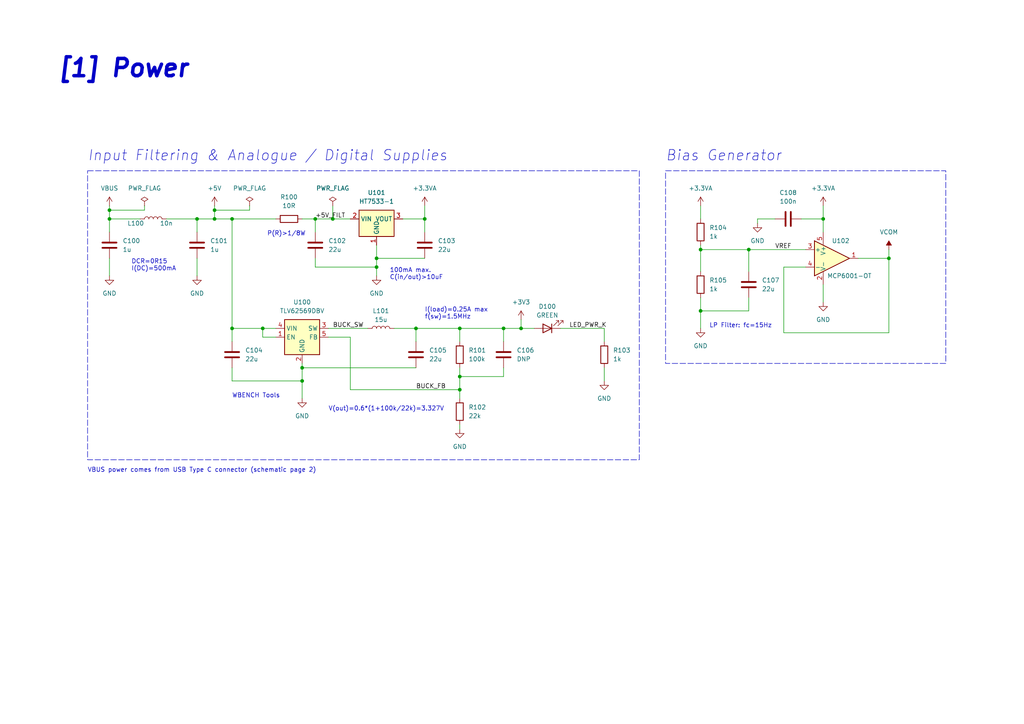
<source format=kicad_sch>
(kicad_sch (version 20230121) (generator eeschema)
  (paper "A4")
  (title_block (title "Mixed-Signal Demo PCB") (date "2023-12-25") (rev "0.1") (company "Mohamed Hambouta"))
  (lib_symbols
    (symbol "Amplifier_Operational:MCP6001-OT" (pin_names (offset 0.127))
      (property "Reference" "U" (at -1.27 6.35 0))
      (property "Value" "MCP6001-OT" (at -1.27 3.81 0))
      (symbol "MCP6001-OT_0_1"
        (polyline (pts (xy -5.08 5.08) (xy 5.08 0) (xy -5.08 -5.08) (xy -5.08 5.08)) (stroke (width 0.254)) (fill (type background)))
        (pin power_in line (at -2.54 -7.62 90) (length 3.81) (name "V-") (number "2"))
        (pin power_in line (at -2.54 7.62 270) (length 3.81) (name "V+") (number "5"))
      )
      (symbol "MCP6001-OT_1_1"
        (pin output line (at 7.62 0 180) (length 2.54) (name "~") (number "1"))
        (pin input line (at -7.62 2.54 0) (length 2.54) (name "+") (number "3"))
        (pin input line (at -7.62 -2.54 0) (length 2.54) (name "-") (number "4"))
      )
    )
    (symbol "Device:C" (pin_numbers hide) (pin_names (offset 0.254))
      (property "Reference" "C" (at 0.635 2.54 0))
      (property "Value" "C" (at 0.635 -2.54 0))
      (symbol "C_0_1"
        (polyline (pts (xy -2.032 -0.762) (xy 2.032 -0.762)) (stroke (width 0.508)))
        (polyline (pts (xy -2.032 0.762) (xy 2.032 0.762)) (stroke (width 0.508)))
      )
      (symbol "C_1_1"
        (pin passive line (at 0 3.81 270) (length 2.794) (name "~") (number "1"))
        (pin passive line (at 0 -3.81 90) (length 2.794) (name "~") (number "2"))
      )
    )
    (symbol "Device:L" (pin_numbers hide) (pin_names (offset 1.016) hide)
      (property "Reference" "L" (at -1.27 0 90))
      (property "Value" "L" (at 1.905 0 90))
      (symbol "L_0_1"
        (arc (start 0 -2.54) (mid 0.6323 -1.905) (end 0 -1.27))
        (arc (start 0 -1.27) (mid 0.6323 -0.635) (end 0 0))
        (arc (start 0 0) (mid 0.6323 0.635) (end 0 1.27))
        (arc (start 0 1.27) (mid 0.6323 1.905) (end 0 2.54))
      )
      (symbol "L_1_1"
        (pin passive line (at 0 3.81 270) (length 1.27) (name "1") (number "1"))
        (pin passive line (at 0 -3.81 90) (length 1.27) (name "2") (number "2"))
      )
    )
    (symbol "Device:LED" (pin_numbers hide) (pin_names (offset 1.016) hide)
      (property "Reference" "D" (at 0 2.54 0))
      (property "Value" "LED" (at 0 -2.54 0))
      (symbol "LED_0_1"
        (polyline (pts (xy -1.27 -1.27) (xy -1.27 1.27)) (stroke (width 0.254)))
        (polyline (pts (xy -1.27 0) (xy 1.27 0)))
        (polyline (pts (xy 1.27 -1.27) (xy 1.27 1.27) (xy -1.27 0) (xy 1.27 -1.27)) (stroke (width 0.254)))
        (polyline (pts (xy -3.048 -0.762) (xy -4.572 -2.286) (xy -3.81 -2.286) (xy -4.572 -2.286) (xy -4.572 -1.524)))
        (polyline (pts (xy -1.778 -0.762) (xy -3.302 -2.286) (xy -2.54 -2.286) (xy -3.302 -2.286) (xy -3.302 -1.524)))
      )
      (symbol "LED_1_1"
        (pin passive line (at -3.81 0 0) (length 2.54) (name "K") (number "1"))
        (pin passive line (at 3.81 0 180) (length 2.54) (name "A") (number "2"))
      )
    )
    (symbol "Device:R" (pin_numbers hide) (pin_names (offset 0))
      (property "Reference" "R" (at 2.032 0 90))
      (property "Value" "R" (at 0 0 90))
      (symbol "R_0_1"
        (rectangle (start -1.016 -2.54) (end 1.016 2.54) (stroke (width 0.254)))
      )
      (symbol "R_1_1"
        (pin passive line (at 0 3.81 270) (length 1.27) (name "~") (number "1"))
        (pin passive line (at 0 -3.81 90) (length 1.27) (name "~") (number "2"))
      )
    )
    (symbol "Regulator_Linear:HT75xx-1-SOT89"
      (property "Reference" "U" (at -5.08 -3.81 0))
      (property "Value" "HT75xx-1-SOT89" (at 0 6.35 0))
      (symbol "HT75xx-1-SOT89_0_1"
        (rectangle (start -5.08 5.08) (end 5.08 -2.54) (stroke (width 0.254)) (fill (type background)))
      )
      (symbol "HT75xx-1-SOT89_1_1"
        (pin power_in line (at 0 -5.08 90) (length 2.54) (name "GND") (number "1"))
        (pin power_in line (at -7.62 2.54 0) (length 2.54) (name "VIN") (number "2"))
        (pin power_out line (at 7.62 2.54 180) (length 2.54) (name "VOUT") (number "3"))
      )
    )
    (symbol "Regulator_Switching:TLV62569DBV"
      (property "Reference" "U" (at -5.08 6.35 0))
      (property "Value" "TLV62569DBV" (at 0 6.35 0))
      (symbol "TLV62569DBV_0_1"
        (rectangle (start -5.08 5.08) (end 5.08 -5.08) (stroke (width 0.254)) (fill (type background)))
      )
      (symbol "TLV62569DBV_1_1"
        (pin input line (at -7.62 0 0) (length 2.54) (name "EN") (number "1"))
        (pin power_in line (at 0 -7.62 90) (length 2.54) (name "GND") (number "2"))
        (pin power_out line (at 7.62 2.54 180) (length 2.54) (name "SW") (number "3"))
        (pin power_in line (at -7.62 2.54 0) (length 2.54) (name "VIN") (number "4"))
        (pin input line (at 7.62 0 180) (length 2.54) (name "FB") (number "5"))
      )
    )
    (symbol "power:+3.3VA" (power) (pin_names (offset 0))
      (property "Value" "+3.3VA" (at 0 3.556 0))
      (symbol "+3.3VA_0_1"
        (polyline (pts (xy -0.762 1.27) (xy 0 2.54)))
        (polyline (pts (xy 0 0) (xy 0 2.54)))
        (polyline (pts (xy 0 2.54) (xy 0.762 1.27)))
      )
      (symbol "+3.3VA_1_1"
        (pin power_in line (at 0 0 90) (length 0) hide (name "+3.3VA") (number "1"))
      )
    )
    (symbol "power:+3V3" (power) (pin_names (offset 0))
      (property "Value" "+3V3" (at 0 3.556 0))
      (symbol "+3V3_0_1"
        (polyline (pts (xy -0.762 1.27) (xy 0 2.54)))
        (polyline (pts (xy 0 0) (xy 0 2.54)))
        (polyline (pts (xy 0 2.54) (xy 0.762 1.27)))
      )
      (symbol "+3V3_1_1"
        (pin power_in line (at 0 0 90) (length 0) hide (name "+3V3") (number "1"))
      )
    )
    (symbol "power:+5V" (power) (pin_names (offset 0))
      (property "Value" "+5V" (at 0 3.556 0))
      (symbol "+5V_0_1"
        (polyline (pts (xy -0.762 1.27) (xy 0 2.54)))
        (polyline (pts (xy 0 0) (xy 0 2.54)))
        (polyline (pts (xy 0 2.54) (xy 0.762 1.27)))
      )
      (symbol "+5V_1_1"
        (pin power_in line (at 0 0 90) (length 0) hide (name "+5V") (number "1"))
      )
    )
    (symbol "power:GND" (power) (pin_names (offset 0))
      (property "Value" "GND" (at 0 -3.81 0))
      (symbol "GND_0_1"
        (polyline (pts (xy 0 0) (xy 0 -1.27) (xy 1.27 -1.27) (xy 0 -2.54) (xy -1.27 -1.27) (xy 0 -1.27)))
      )
      (symbol "GND_1_1"
        (pin power_in line (at 0 0 270) (length 0) hide (name "GND") (number "1"))
      )
    )
    (symbol "power:PWR_FLAG" (power) (pin_numbers hide) (pin_names (offset 0) hide)
      (property "Value" "PWR_FLAG" (at 0 3.81 0))
      (symbol "PWR_FLAG_0_0"
        (pin power_out line (at 0 0 90) (length 0) (name "pwr") (number "1"))
      )
      (symbol "PWR_FLAG_0_1"
        (polyline (pts (xy 0 0) (xy 0 1.27) (xy -1.016 1.905) (xy 0 2.54) (xy 1.016 1.905) (xy 0 1.27)))
      )
    )
    (symbol "power:VBUS" (power) (pin_names (offset 0))
      (property "Value" "VBUS" (at 0 3.81 0))
      (symbol "VBUS_0_1"
        (polyline (pts (xy -0.762 1.27) (xy 0 2.54)))
        (polyline (pts (xy 0 0) (xy 0 2.54)))
        (polyline (pts (xy 0 2.54) (xy 0.762 1.27)))
      )
      (symbol "VBUS_1_1"
        (pin power_in line (at 0 0 90) (length 0) hide (name "VBUS") (number "1"))
      )
    )
    (symbol "power:VCOM" (power) (pin_names (offset 0))
      (property "Value" "VCOM" (at 0 3.81 0))
      (symbol "VCOM_0_1"
        (polyline (pts (xy 0 0) (xy 0 2.54)))
        (polyline (pts (xy 0.762 1.27) (xy -0.762 1.27) (xy 0 2.54) (xy 0.762 1.27)) (fill (type outline)))
      )
      (symbol "VCOM_1_1"
        (pin power_in line (at 0 0 90) (length 0) hide (name "VCOM") (number "1"))
      )
    )
  )
  (junction (at 133.35 113.03))
  (junction (at 133.35 109.22))
  (junction (at 62.23 63.5))
  (junction (at 87.63 110.49))
  (junction (at 31.75 60.96))
  (junction (at 76.2 95.25))
  (junction (at 109.22 74.93))
  (junction (at 67.31 95.25))
  (junction (at 87.63 106.68))
  (junction (at 31.75 63.5))
  (junction (at 91.44 63.5))
  (junction (at 257.81 74.93))
  (junction (at 133.35 95.25))
  (junction (at 57.15 63.5))
  (junction (at 217.17 72.39))
  (junction (at 67.31 63.5))
  (junction (at 203.2 72.39))
  (junction (at 238.76 63.5))
  (junction (at 151.13 95.25))
  (junction (at 123.19 63.5))
  (junction (at 96.52 63.5))
  (junction (at 146.05 95.25))
  (junction (at 109.22 77.47))
  (junction (at 62.23 60.96))
  (junction (at 203.2 90.17))
  (junction (at 120.65 95.25))
  (wire (pts (xy 203.2 59.69) (xy 203.2 63.5)))
  (wire (pts (xy 133.35 113.03) (xy 133.35 115.57)))
  (wire (pts (xy 96.52 63.5) (xy 101.6 63.5)))
  (wire (pts (xy 109.22 74.93) (xy 109.22 77.47)))
  (wire (pts (xy 31.75 67.31) (xy 31.75 63.5)))
  (wire (pts (xy 120.65 95.25) (xy 133.35 95.25)))
  (wire (pts (xy 62.23 63.5) (xy 67.31 63.5)))
  (wire (pts (xy 133.35 113.03) (xy 101.6 113.03)))
  (wire (pts (xy 217.17 72.39) (xy 217.17 78.74)))
  (wire (pts (xy 87.63 106.68) (xy 120.65 106.68)))
  (wire (pts (xy 101.6 113.03) (xy 101.6 97.79)))
  (wire (pts (xy 203.2 72.39) (xy 203.2 78.74)))
  (wire (pts (xy 62.23 59.69) (xy 62.23 60.96)))
  (wire (pts (xy 133.35 123.19) (xy 133.35 124.46)))
  (wire (pts (xy 87.63 110.49) (xy 87.63 115.57)))
  (wire (pts (xy 48.26 63.5) (xy 57.15 63.5)))
  (wire (pts (xy 67.31 95.25) (xy 76.2 95.25)))
  (wire (pts (xy 31.75 63.5) (xy 40.64 63.5)))
  (wire (pts (xy 96.52 59.69) (xy 96.52 63.5)))
  (wire (pts (xy 91.44 77.47) (xy 91.44 74.93)))
  (wire (pts (xy 76.2 95.25) (xy 80.01 95.25)))
  (wire (pts (xy 227.33 96.52) (xy 257.81 96.52)))
  (wire (pts (xy 116.84 63.5) (xy 123.19 63.5)))
  (wire (pts (xy 67.31 95.25) (xy 67.31 99.06)))
  (wire (pts (xy 238.76 63.5) (xy 238.76 67.31)))
  (wire (pts (xy 162.56 95.25) (xy 175.26 95.25)))
  (wire (pts (xy 175.26 95.25) (xy 175.26 99.06)))
  (wire (pts (xy 203.2 90.17) (xy 217.17 90.17)))
  (wire (pts (xy 146.05 95.25) (xy 151.13 95.25)))
  (wire (pts (xy 67.31 110.49) (xy 87.63 110.49)))
  (wire (pts (xy 133.35 109.22) (xy 133.35 113.03)))
  (wire (pts (xy 123.19 59.69) (xy 123.19 63.5)))
  (wire (pts (xy 109.22 77.47) (xy 109.22 80.01)))
  (wire (pts (xy 227.33 77.47) (xy 227.33 96.52)))
  (wire (pts (xy 217.17 72.39) (xy 233.68 72.39)))
  (wire (pts (xy 95.25 95.25) (xy 106.68 95.25)))
  (wire (pts (xy 257.81 72.39) (xy 257.81 74.93)))
  (wire (pts (xy 248.92 74.93) (xy 257.81 74.93)))
  (wire (pts (xy 72.39 60.96) (xy 62.23 60.96)))
  (wire (pts (xy 109.22 71.12) (xy 109.22 74.93)))
  (wire (pts (xy 224.79 63.5) (xy 219.71 63.5)))
  (wire (pts (xy 31.75 74.93) (xy 31.75 80.01)))
  (wire (pts (xy 232.41 63.5) (xy 238.76 63.5)))
  (wire (pts (xy 203.2 90.17) (xy 203.2 95.25)))
  (wire (pts (xy 95.25 97.79) (xy 101.6 97.79)))
  (wire (pts (xy 123.19 63.5) (xy 123.19 67.31)))
  (wire (pts (xy 31.75 60.96) (xy 31.75 63.5)))
  (wire (pts (xy 217.17 90.17) (xy 217.17 86.36)))
  (wire (pts (xy 203.2 71.12) (xy 203.2 72.39)))
  (wire (pts (xy 57.15 74.93) (xy 57.15 80.01)))
  (wire (pts (xy 175.26 106.68) (xy 175.26 110.49)))
  (wire (pts (xy 257.81 74.93) (xy 257.81 96.52)))
  (wire (pts (xy 80.01 97.79) (xy 76.2 97.79)))
  (wire (pts (xy 133.35 95.25) (xy 133.35 99.06)))
  (wire (pts (xy 120.65 95.25) (xy 120.65 99.06)))
  (wire (pts (xy 57.15 63.5) (xy 62.23 63.5)))
  (wire (pts (xy 238.76 82.55) (xy 238.76 87.63)))
  (wire (pts (xy 57.15 63.5) (xy 57.15 67.31)))
  (wire (pts (xy 133.35 106.68) (xy 133.35 109.22)))
  (wire (pts (xy 203.2 72.39) (xy 217.17 72.39)))
  (wire (pts (xy 91.44 77.47) (xy 109.22 77.47)))
  (wire (pts (xy 146.05 95.25) (xy 146.05 99.06)))
  (wire (pts (xy 87.63 105.41) (xy 87.63 106.68)))
  (wire (pts (xy 114.3 95.25) (xy 120.65 95.25)))
  (wire (pts (xy 233.68 77.47) (xy 227.33 77.47)))
  (wire (pts (xy 72.39 59.69) (xy 72.39 60.96)))
  (wire (pts (xy 91.44 63.5) (xy 91.44 67.31)))
  (wire (pts (xy 238.76 59.69) (xy 238.76 63.5)))
  (wire (pts (xy 41.91 60.96) (xy 31.75 60.96)))
  (wire (pts (xy 67.31 63.5) (xy 67.31 95.25)))
  (wire (pts (xy 41.91 59.69) (xy 41.91 60.96)))
  (wire (pts (xy 62.23 60.96) (xy 62.23 63.5)))
  (wire (pts (xy 146.05 106.68) (xy 146.05 109.22)))
  (wire (pts (xy 67.31 63.5) (xy 80.01 63.5)))
  (wire (pts (xy 91.44 63.5) (xy 96.52 63.5)))
  (wire (pts (xy 151.13 92.71) (xy 151.13 95.25)))
  (wire (pts (xy 67.31 110.49) (xy 67.31 106.68)))
  (wire (pts (xy 203.2 86.36) (xy 203.2 90.17)))
  (wire (pts (xy 87.63 63.5) (xy 91.44 63.5)))
  (wire (pts (xy 76.2 95.25) (xy 76.2 97.79)))
  (wire (pts (xy 109.22 74.93) (xy 123.19 74.93)))
  (wire (pts (xy 151.13 95.25) (xy 154.94 95.25)))
  (wire (pts (xy 219.71 63.5) (xy 219.71 64.77)))
  (wire (pts (xy 133.35 109.22) (xy 146.05 109.22)))
  (wire (pts (xy 133.35 95.25) (xy 146.05 95.25)))
  (wire (pts (xy 31.75 59.69) (xy 31.75 60.96)))
  (wire (pts (xy 87.63 106.68) (xy 87.63 110.49)))
  (rectangle (start 118.11 49.53) (end 118.11 49.53))
  (rectangle (start 25.4 49.53) (end 185.42 133.35) (stroke (width 0) (type dash)))
  (rectangle (start 193.04 49.53) (end 274.32 105.41) (stroke (width 0) (type dash)))
  (text "P(R)>1/8W" (at 77.47 68.58 0) (effects (font (size 1.27 1.27)) (justify left bottom)))
  (text "LP Filter: fc=15Hz" (at 205.74 95.25 0) (effects (font (size 1.27 1.27)) (justify left bottom)))
  (text "Bias Generator" (at 193.04 46.99 0) (effects (font (size 3 3) italic) (justify left bottom)))
  (text "DCR=0R15\nI(DC)=500mA" (at 38.1 78.74 0) (effects (font (size 1.27 1.27)) (justify left bottom)))
  (text "VBUS power comes from USB Type C connector (schematic page 2)" (at 25.4 137.16 0) (effects (font (size 1.27 1.27)) (justify left bottom)))
  (text "Input Filtering & Analogue / Digital Supplies" (at 25.4 46.99 0) (effects (font (size 3 3) italic) (justify left bottom)))
  (text "I(load)=0.25A max\nf(sw)=1.5MHz" (at 123.19 92.71 0) (effects (font (size 1.27 1.27)) (justify left bottom)))
  (text "[1] Power" (at 16.51 22.86 0) (effects (font (size 5 5) (thickness 1) bold italic) (justify left bottom)))
  (text "V(out)=0.6*(1+100k/22k)=3.327V" (at 95.25 119.38 0) (effects (font (size 1.27 1.27)) (justify left bottom)))
  (text "WBENCH Tools" (at 67.31 115.57 0) (effects (font (size 1.27 1.27)) (justify left bottom)))
  (text "100mA max.\nC(in/out)>10uF" (at 113.03 81.28 0) (effects (font (size 1.27 1.27)) (justify left bottom)))
  (label "BUCK_SW" (at 96.52 95.25 0))
  (label "LED_PWR_K" (at 165.1 95.25 0))
  (label "+5V_FILT" (at 91.44 63.5 0))
  (label "BUCK_FB" (at 120.65 113.03 0))
  (label "VREF" (at 224.79 72.39 0))
  (symbol (lib_id "power:GND") (at 87.63 115.57 0) (unit 1)
    (property "Reference" "#PWR0104" (effects hide))
    (property "Value" "GND" (at 87.63 120.65 0))
  )
  (symbol (lib_id "Regulator_Linear:HT75xx-1-SOT89") (at 109.22 66.04 0) (unit 1)
    (property "Reference" "U101" (at 109.22 55.88 0))
    (property "Value" "HT7533-1" (at 109.22 58.42 0))
    (property "Footprint" "Package_TO_SOT_SMD:SOT-89-3" (effects hide))
    (property "Datasheet" "https://www.holtek.com/documents/10179/116711/HT75xx-1v250.pdf" (effects hide))
  )
  (symbol (lib_id "Device:C") (at 228.6 63.5 90) (unit 1)
    (property "Reference" "C108" (at 228.6 55.88 90))
    (property "Value" "100n" (at 228.6 58.42 90))
    (property "Footprint" "Capacitor_SMD:C_0402_1005Metric" (effects hide))
  )
  (symbol (lib_id "Device:R") (at 133.35 102.87 0) (unit 1)
    (property "Reference" "R101" (at 135.89 101.6 0) (effects (justify left)))
    (property "Value" "100k" (at 135.89 104.14 0) (effects (justify left)))
    (property "Footprint" "Resistor_SMD:R_0402_1005Metric" (effects hide))
  )
  (symbol (lib_id "power:GND") (at 109.22 80.01 0) (unit 1)
    (property "Reference" "#PWR0105" (effects hide))
    (property "Value" "GND" (at 109.22 85.09 0))
  )
  (symbol (lib_id "power:PWR_FLAG") (at 72.39 59.69 0) (unit 1)
    (property "Reference" "#FLG0101" (effects hide))
    (property "Value" "PWR_FLAG" (at 72.39 54.61 0))
  )
  (symbol (lib_id "Device:R") (at 83.82 63.5 90) (unit 1)
    (property "Reference" "R100" (at 83.82 57.15 90))
    (property "Value" "10R" (at 83.82 59.69 90))
    (property "Footprint" "Resistor_SMD:R_0805_2012Metric" (effects hide))
  )
  (symbol (lib_id "Device:C") (at 31.75 71.12 0) (unit 1)
    (property "Reference" "C100" (at 35.56 69.85 0) (effects (justify left)))
    (property "Value" "1u" (at 35.56 72.39 0) (effects (justify left)))
    (property "Footprint" "Capacitor_SMD:C_0603_1608Metric" (effects hide))
  )
  (symbol (lib_id "power:PWR_FLAG") (at 96.52 59.69 0) (unit 1)
    (property "Reference" "#FLG0102" (effects hide))
    (property "Value" "PWR_FLAG" (at 96.52 54.61 0))
  )
  (symbol (lib_id "Device:R") (at 203.2 82.55 0) (unit 1)
    (property "Reference" "R105" (at 205.74 81.28 0) (effects (justify left)))
    (property "Value" "1k" (at 205.74 83.82 0) (effects (justify left)))
    (property "Footprint" "Resistor_SMD:R_0402_1005Metric" (effects hide))
  )
  (symbol (lib_id "Device:C") (at 146.05 102.87 0) (unit 1)
    (property "Reference" "C106" (at 149.86 101.6 0) (effects (justify left)))
    (property "Value" "DNP" (at 149.86 104.14 0) (effects (justify left)))
    (property "Footprint" "Capacitor_SMD:C_0402_1005Metric" (effects hide))
  )
  (symbol (lib_id "Device:R") (at 133.35 119.38 0) (unit 1)
    (property "Reference" "R102" (at 135.89 118.11 0) (effects (justify left)))
    (property "Value" "22k" (at 135.89 120.65 0) (effects (justify left)))
    (property "Footprint" "Resistor_SMD:R_0402_1005Metric" (effects hide))
  )
  (symbol (lib_id "Device:C") (at 57.15 71.12 0) (unit 1)
    (property "Reference" "C101" (at 60.96 69.85 0) (effects (justify left)))
    (property "Value" "1u" (at 60.96 72.39 0) (effects (justify left)))
    (property "Footprint" "Capacitor_SMD:C_0603_1608Metric" (effects hide))
  )
  (symbol (lib_id "power:GND") (at 31.75 80.01 0) (unit 1)
    (property "Reference" "#PWR0101" (effects hide))
    (property "Value" "GND" (at 31.75 85.09 0))
  )
  (symbol (lib_id "Device:C") (at 67.31 102.87 0) (unit 1)
    (property "Reference" "C104" (at 71.12 101.6 0) (effects (justify left)))
    (property "Value" "22u" (at 71.12 104.14 0) (effects (justify left)))
    (property "Footprint" "Capacitor_SMD:C_0805_2012Metric" (effects hide))
  )
  (symbol (lib_id "Device:C") (at 123.19 71.12 0) (unit 1)
    (property "Reference" "C103" (at 127 69.85 0) (effects (justify left)))
    (property "Value" "22u" (at 127 72.39 0) (effects (justify left)))
    (property "Footprint" "Capacitor_SMD:C_0805_2012Metric" (effects hide))
  )
  (symbol (lib_id "power:GND") (at 219.71 64.77 0) (unit 1)
    (property "Reference" "#PWR0112" (effects hide))
    (property "Value" "GND" (at 219.71 69.85 0))
  )
  (symbol (lib_id "Device:C") (at 217.17 82.55 0) (unit 1)
    (property "Reference" "C107" (at 220.98 81.28 0) (effects (justify left)))
    (property "Value" "22u" (at 220.98 83.82 0) (effects (justify left)))
    (property "Footprint" "Capacitor_SMD:C_0805_2012Metric" (effects hide))
  )
  (symbol (lib_id "power:VCOM") (at 257.81 72.39 0) (unit 1)
    (property "Reference" "#PWR0115" (effects hide))
    (property "Value" "VCOM" (at 257.81 67.31 0))
  )
  (symbol (lib_id "power:+5V") (at 62.23 59.69 0) (unit 1)
    (property "Reference" "#PWR0103" (effects hide))
    (property "Value" "+5V" (at 62.23 54.61 0))
  )
  (symbol (lib_id "Device:L") (at 44.45 63.5 90) (unit 1)
    (property "Reference" "L100" (at 39.37 64.77 90))
    (property "Value" "10n" (at 48.26 64.77 90))
    (property "Footprint" "Inductor_SMD:L_0402_1005Metric" (effects hide))
  )
  (symbol (lib_id "Amplifier_Operational:MCP6001-OT") (at 241.3 74.93 0) (unit 1)
    (property "Reference" "U102" (at 243.84 69.85 0))
    (property "Value" "MCP6001-OT" (at 246.38 80.01 0))
    (property "Footprint" "Package_TO_SOT_SMD:SOT-23-5" (effects hide))
    (property "Datasheet" "http://ww1.microchip.com/downloads/en/DeviceDoc/21733j.pdf" (effects hide))
  )
  (symbol (lib_id "power:GND") (at 57.15 80.01 0) (unit 1)
    (property "Reference" "#PWR0102" (effects hide))
    (property "Value" "GND" (at 57.15 85.09 0))
  )
  (symbol (lib_id "power:GND") (at 203.2 95.25 0) (unit 1)
    (property "Reference" "#PWR0111" (effects hide))
    (property "Value" "GND" (at 203.2 100.33 0))
  )
  (symbol (lib_id "Device:R") (at 203.2 67.31 0) (unit 1)
    (property "Reference" "R104" (at 205.74 66.04 0) (effects (justify left)))
    (property "Value" "1k" (at 205.74 68.58 0) (effects (justify left)))
    (property "Footprint" "Resistor_SMD:R_0402_1005Metric" (effects hide))
  )
  (symbol (lib_id "Device:L") (at 110.49 95.25 90) (unit 1)
    (property "Reference" "L101" (at 110.49 90.17 90))
    (property "Value" "15u" (at 110.49 92.71 90))
    (property "Footprint" "My_Footprints_KiCad7:MWSA0603S" (effects hide))
  )
  (symbol (lib_id "power:VBUS") (at 31.75 59.69 0) (unit 1)
    (property "Reference" "#PWR0100" (effects hide))
    (property "Value" "VBUS" (at 31.75 54.61 0))
  )
  (symbol (lib_id "Regulator_Switching:TLV62569DBV") (at 87.63 97.79 0) (unit 1)
    (property "Reference" "U100" (at 87.63 87.63 0))
    (property "Value" "TLV62569DBV" (at 87.63 90.17 0))
    (property "Footprint" "Package_TO_SOT_SMD:SOT-23-5" (effects hide))
    (property "Datasheet" "http://www.ti.com/lit/ds/symlink/tlv62569.pdf" (effects hide))
  )
  (symbol (lib_id "power:GND") (at 175.26 110.49 0) (unit 1)
    (property "Reference" "#PWR0109" (effects hide))
    (property "Value" "GND" (at 175.26 115.57 0))
  )
  (symbol (lib_id "power:+3V3") (at 151.13 92.71 0) (unit 1)
    (property "Reference" "#PWR0108" (effects hide))
    (property "Value" "+3V3" (at 151.13 87.63 0))
  )
  (symbol (lib_id "power:+3.3VA") (at 123.19 59.69 0) (unit 1)
    (property "Reference" "#PWR0106" (effects hide))
    (property "Value" "+3.3VA" (at 123.19 54.61 0))
  )
  (symbol (lib_id "power:+3.3VA") (at 203.2 59.69 0) (unit 1)
    (property "Reference" "#PWR0110" (effects hide))
    (property "Value" "+3.3VA" (at 203.2 54.61 0))
  )
  (symbol (lib_id "power:PWR_FLAG") (at 41.91 59.69 0) (unit 1)
    (property "Reference" "#FLG0100" (effects hide))
    (property "Value" "PWR_FLAG" (at 41.91 54.61 0))
  )
  (symbol (lib_id "power:GND") (at 238.76 87.63 0) (unit 1)
    (property "Reference" "#PWR0114" (effects hide))
    (property "Value" "GND" (at 238.76 92.71 0))
  )
  (symbol (lib_id "Device:C") (at 91.44 71.12 0) (unit 1)
    (property "Reference" "C102" (at 95.25 69.85 0) (effects (justify left)))
    (property "Value" "22u" (at 95.25 72.39 0) (effects (justify left)))
    (property "Footprint" "Capacitor_SMD:C_0805_2012Metric" (effects hide))
  )
  (symbol (lib_id "Device:R") (at 175.26 102.87 0) (unit 1)
    (property "Reference" "R103" (at 177.8 101.6 0) (effects (justify left)))
    (property "Value" "1k" (at 177.8 104.14 0) (effects (justify left)))
    (property "Footprint" "Resistor_SMD:R_0402_1005Metric" (effects hide))
  )
  (symbol (lib_id "Device:LED") (at 158.75 95.25 180) (unit 1)
    (property "Reference" "D100" (at 158.75 88.9 0))
    (property "Value" "GREEN" (at 158.75 91.44 0))
    (property "Footprint" "LED_SMD:LED_0603_1608Metric" (effects hide))
  )
  (symbol (lib_id "Device:C") (at 120.65 102.87 0) (unit 1)
    (property "Reference" "C105" (at 124.46 101.6 0) (effects (justify left)))
    (property "Value" "22u" (at 124.46 104.14 0) (effects (justify left)))
    (property "Footprint" "Capacitor_SMD:C_0805_2012Metric" (effects hide))
  )
  (symbol (lib_id "power:GND") (at 133.35 124.46 0) (unit 1)
    (property "Reference" "#PWR0107" (effects hide))
    (property "Value" "GND" (at 133.35 129.54 0))
  )
  (symbol (lib_id "power:+3.3VA") (at 238.76 59.69 0) (unit 1)
    (property "Reference" "#PWR0113" (effects hide))
    (property "Value" "+3.3VA" (at 238.76 54.61 0))
  )
)
</source>
